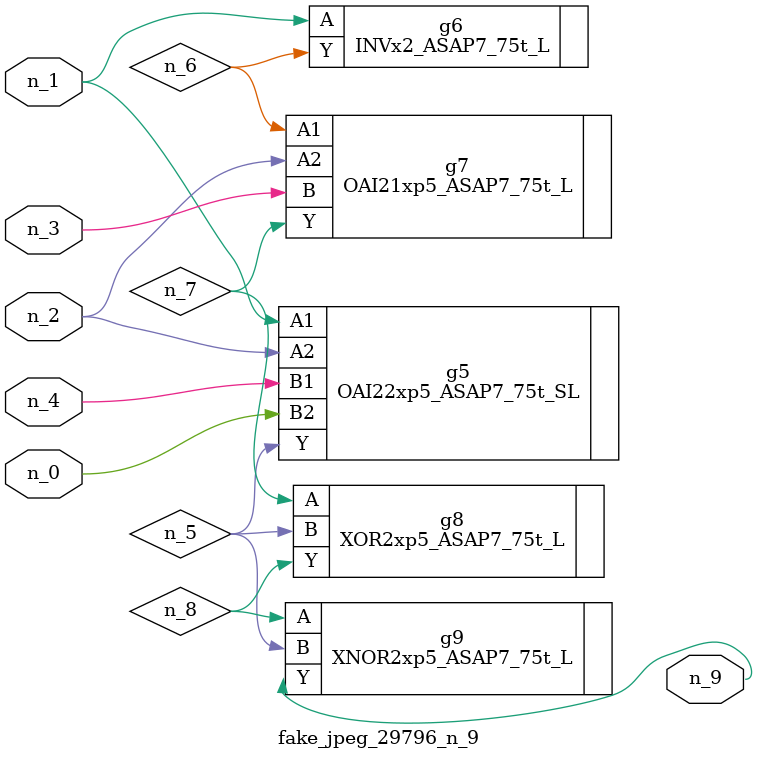
<source format=v>
module fake_jpeg_29796_n_9 (n_3, n_2, n_1, n_0, n_4, n_9);

input n_3;
input n_2;
input n_1;
input n_0;
input n_4;

output n_9;

wire n_8;
wire n_6;
wire n_5;
wire n_7;

OAI22xp5_ASAP7_75t_SL g5 ( 
.A1(n_1),
.A2(n_2),
.B1(n_4),
.B2(n_0),
.Y(n_5)
);

INVx2_ASAP7_75t_L g6 ( 
.A(n_1),
.Y(n_6)
);

OAI21xp5_ASAP7_75t_L g7 ( 
.A1(n_6),
.A2(n_2),
.B(n_3),
.Y(n_7)
);

XOR2xp5_ASAP7_75t_L g8 ( 
.A(n_7),
.B(n_5),
.Y(n_8)
);

XNOR2xp5_ASAP7_75t_L g9 ( 
.A(n_8),
.B(n_5),
.Y(n_9)
);


endmodule
</source>
